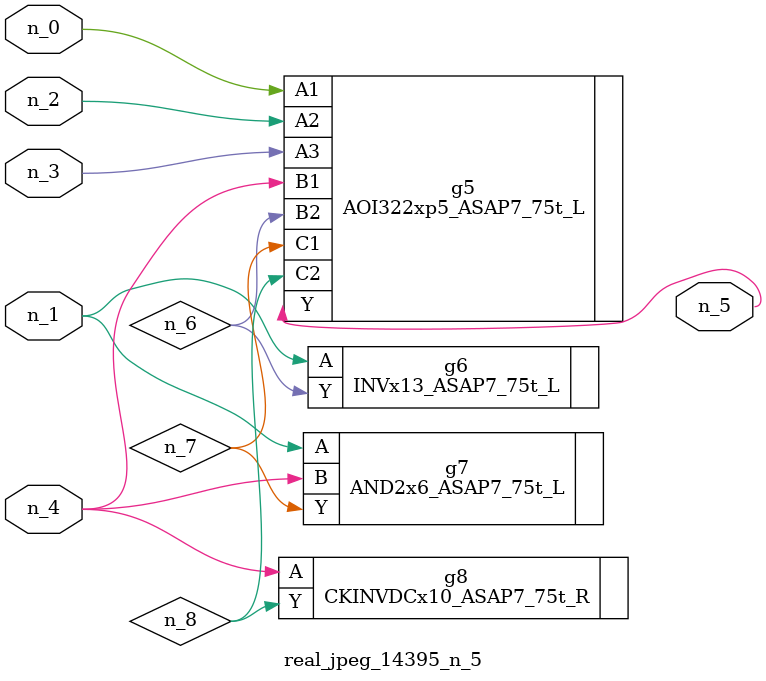
<source format=v>
module real_jpeg_14395_n_5 (n_4, n_0, n_1, n_2, n_3, n_5);

input n_4;
input n_0;
input n_1;
input n_2;
input n_3;

output n_5;

wire n_8;
wire n_6;
wire n_7;

AOI322xp5_ASAP7_75t_L g5 ( 
.A1(n_0),
.A2(n_2),
.A3(n_3),
.B1(n_4),
.B2(n_6),
.C1(n_7),
.C2(n_8),
.Y(n_5)
);

INVx13_ASAP7_75t_L g6 ( 
.A(n_1),
.Y(n_6)
);

AND2x6_ASAP7_75t_L g7 ( 
.A(n_1),
.B(n_4),
.Y(n_7)
);

CKINVDCx10_ASAP7_75t_R g8 ( 
.A(n_4),
.Y(n_8)
);


endmodule
</source>
